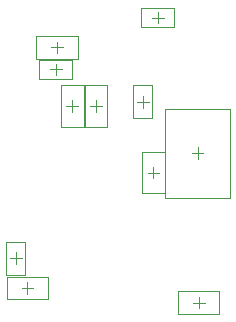
<source format=gbr>
%TF.GenerationSoftware,Altium Limited,Altium Designer,18.1.9 (240)*%
G04 Layer_Color=32768*
%FSLAX45Y45*%
%MOMM*%
%TF.FileFunction,Other,Mechanical_15*%
%TF.Part,Single*%
G01*
G75*
%TA.AperFunction,NonConductor*%
%ADD53C,0.05000*%
%ADD54C,0.10000*%
D53*
X1615000Y2137847D02*
X2165000D01*
X1615000Y1387847D02*
X2165000D01*
X1615000D02*
Y2137847D01*
X2165000Y1387847D02*
Y2137847D01*
D54*
X1890000Y1712847D02*
Y1812847D01*
X1840000Y1762847D02*
X1940000D01*
X300000Y875000D02*
X400000D01*
X350000Y825000D02*
Y925000D01*
X270000Y735000D02*
Y1015000D01*
X430000Y735000D02*
Y1015000D01*
X270000D02*
X430000D01*
X270000Y735000D02*
X430000D01*
X1725000Y405000D02*
Y595000D01*
X2075000Y405000D02*
Y595000D01*
X1725000Y405000D02*
X2075000D01*
X1725000Y595000D02*
X2075000D01*
X1850000Y500000D02*
X1950000D01*
X1900000Y450000D02*
Y550000D01*
X275000Y530000D02*
Y720000D01*
X625000Y530000D02*
Y720000D01*
X275000Y530000D02*
X625000D01*
X275000Y720000D02*
X625000D01*
X400000Y625000D02*
X500000D01*
X450000Y575000D02*
Y675000D01*
X1552058Y2862499D02*
Y2962500D01*
X1502058Y2912500D02*
X1602058D01*
X1412058Y2992499D02*
X1692058D01*
X1412058Y2832500D02*
X1692058D01*
Y2992499D01*
X1412058Y2832500D02*
Y2992499D01*
X1375000Y2200000D02*
X1475000D01*
X1425000Y2150000D02*
Y2250000D01*
X1345000Y2060000D02*
Y2340000D01*
X1505000Y2060000D02*
Y2340000D01*
X1345000D02*
X1505000D01*
X1345000Y2060000D02*
X1505000D01*
X935000Y2337847D02*
X1125000D01*
X935000Y1987847D02*
X1125000D01*
X935000D02*
Y2337847D01*
X1125000Y1987847D02*
Y2337847D01*
X1030000Y2112847D02*
Y2212847D01*
X980000Y2162847D02*
X1080000D01*
X735001Y1987847D02*
X925000D01*
X735001Y2337847D02*
X925000D01*
Y1987847D02*
Y2337847D01*
X735001Y1987847D02*
Y2337847D01*
X830000Y2112847D02*
Y2212847D01*
X780000Y2162847D02*
X880001D01*
X690000Y2422848D02*
Y2522848D01*
X640000Y2472847D02*
X740000D01*
X550000Y2392848D02*
X830000D01*
X550000Y2552848D02*
X830000D01*
X550000Y2392848D02*
Y2552848D01*
X830000Y2392848D02*
Y2552848D01*
X525000Y2564367D02*
Y2754367D01*
X875001Y2564367D02*
Y2754367D01*
X525000Y2564367D02*
X875001D01*
X525000Y2754367D02*
X875001D01*
X650000Y2659367D02*
X750001D01*
X700001Y2609367D02*
Y2709367D01*
X1421748Y1425000D02*
X1611748D01*
X1421748Y1775000D02*
X1611748D01*
Y1425000D02*
Y1775000D01*
X1421748Y1425000D02*
Y1775000D01*
X1516748Y1550000D02*
Y1650000D01*
X1466748Y1600000D02*
X1566748D01*
%TF.MD5,f49be67207da14484ac04b028a23cee6*%
M02*

</source>
